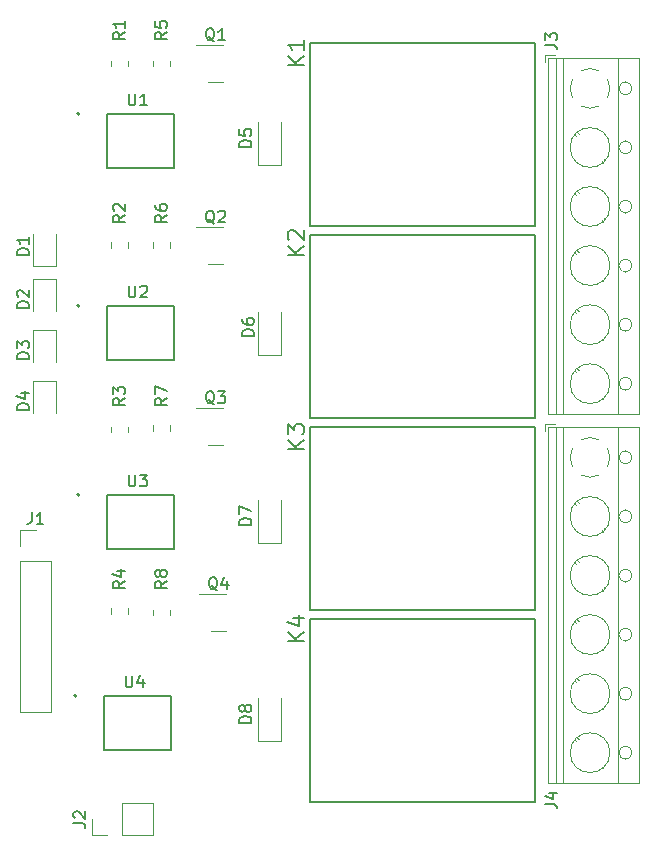
<source format=gbr>
%TF.GenerationSoftware,KiCad,Pcbnew,(6.0.7)*%
%TF.CreationDate,2023-01-17T21:26:05+03:00*%
%TF.ProjectId,4ChannelRelayModule,34436861-6e6e-4656-9c52-656c61794d6f,rev?*%
%TF.SameCoordinates,Original*%
%TF.FileFunction,Legend,Top*%
%TF.FilePolarity,Positive*%
%FSLAX46Y46*%
G04 Gerber Fmt 4.6, Leading zero omitted, Abs format (unit mm)*
G04 Created by KiCad (PCBNEW (6.0.7)) date 2023-01-17 21:26:05*
%MOMM*%
%LPD*%
G01*
G04 APERTURE LIST*
%ADD10C,0.150000*%
%ADD11C,0.200000*%
%ADD12C,0.127000*%
%ADD13C,0.120000*%
G04 APERTURE END LIST*
D10*
%TO.C,U3*%
X111001095Y-90389380D02*
X111001095Y-91198904D01*
X111048714Y-91294142D01*
X111096333Y-91341761D01*
X111191571Y-91389380D01*
X111382047Y-91389380D01*
X111477285Y-91341761D01*
X111524904Y-91294142D01*
X111572523Y-91198904D01*
X111572523Y-90389380D01*
X111953476Y-90389380D02*
X112572523Y-90389380D01*
X112239190Y-90770333D01*
X112382047Y-90770333D01*
X112477285Y-90817952D01*
X112524904Y-90865571D01*
X112572523Y-90960809D01*
X112572523Y-91198904D01*
X112524904Y-91294142D01*
X112477285Y-91341761D01*
X112382047Y-91389380D01*
X112096333Y-91389380D01*
X112001095Y-91341761D01*
X111953476Y-91294142D01*
%TO.C,D4*%
X102560380Y-84925595D02*
X101560380Y-84925595D01*
X101560380Y-84687500D01*
X101608000Y-84544642D01*
X101703238Y-84449404D01*
X101798476Y-84401785D01*
X101988952Y-84354166D01*
X102131809Y-84354166D01*
X102322285Y-84401785D01*
X102417523Y-84449404D01*
X102512761Y-84544642D01*
X102560380Y-84687500D01*
X102560380Y-84925595D01*
X101893714Y-83497023D02*
X102560380Y-83497023D01*
X101512761Y-83735119D02*
X102227047Y-83973214D01*
X102227047Y-83354166D01*
%TO.C,R4*%
X110688380Y-99418666D02*
X110212190Y-99752000D01*
X110688380Y-99990095D02*
X109688380Y-99990095D01*
X109688380Y-99609142D01*
X109736000Y-99513904D01*
X109783619Y-99466285D01*
X109878857Y-99418666D01*
X110021714Y-99418666D01*
X110116952Y-99466285D01*
X110164571Y-99513904D01*
X110212190Y-99609142D01*
X110212190Y-99990095D01*
X110021714Y-98561523D02*
X110688380Y-98561523D01*
X109640761Y-98799619D02*
X110355047Y-99037714D01*
X110355047Y-98418666D01*
%TO.C,D3*%
X102560380Y-80607595D02*
X101560380Y-80607595D01*
X101560380Y-80369500D01*
X101608000Y-80226642D01*
X101703238Y-80131404D01*
X101798476Y-80083785D01*
X101988952Y-80036166D01*
X102131809Y-80036166D01*
X102322285Y-80083785D01*
X102417523Y-80131404D01*
X102512761Y-80226642D01*
X102560380Y-80369500D01*
X102560380Y-80607595D01*
X101560380Y-79702833D02*
X101560380Y-79083785D01*
X101941333Y-79417119D01*
X101941333Y-79274261D01*
X101988952Y-79179023D01*
X102036571Y-79131404D01*
X102131809Y-79083785D01*
X102369904Y-79083785D01*
X102465142Y-79131404D01*
X102512761Y-79179023D01*
X102560380Y-79274261D01*
X102560380Y-79559976D01*
X102512761Y-79655214D01*
X102465142Y-79702833D01*
%TO.C,D6*%
X121610380Y-78654095D02*
X120610380Y-78654095D01*
X120610380Y-78416000D01*
X120658000Y-78273142D01*
X120753238Y-78177904D01*
X120848476Y-78130285D01*
X121038952Y-78082666D01*
X121181809Y-78082666D01*
X121372285Y-78130285D01*
X121467523Y-78177904D01*
X121562761Y-78273142D01*
X121610380Y-78416000D01*
X121610380Y-78654095D01*
X120610380Y-77225523D02*
X120610380Y-77416000D01*
X120658000Y-77511238D01*
X120705619Y-77558857D01*
X120848476Y-77654095D01*
X121038952Y-77701714D01*
X121419904Y-77701714D01*
X121515142Y-77654095D01*
X121562761Y-77606476D01*
X121610380Y-77511238D01*
X121610380Y-77320761D01*
X121562761Y-77225523D01*
X121515142Y-77177904D01*
X121419904Y-77130285D01*
X121181809Y-77130285D01*
X121086571Y-77177904D01*
X121038952Y-77225523D01*
X120991333Y-77320761D01*
X120991333Y-77511238D01*
X121038952Y-77606476D01*
X121086571Y-77654095D01*
X121181809Y-77701714D01*
%TO.C,R6*%
X114244380Y-68430666D02*
X113768190Y-68764000D01*
X114244380Y-69002095D02*
X113244380Y-69002095D01*
X113244380Y-68621142D01*
X113292000Y-68525904D01*
X113339619Y-68478285D01*
X113434857Y-68430666D01*
X113577714Y-68430666D01*
X113672952Y-68478285D01*
X113720571Y-68525904D01*
X113768190Y-68621142D01*
X113768190Y-69002095D01*
X113244380Y-67573523D02*
X113244380Y-67764000D01*
X113292000Y-67859238D01*
X113339619Y-67906857D01*
X113482476Y-68002095D01*
X113672952Y-68049714D01*
X114053904Y-68049714D01*
X114149142Y-68002095D01*
X114196761Y-67954476D01*
X114244380Y-67859238D01*
X114244380Y-67668761D01*
X114196761Y-67573523D01*
X114149142Y-67525904D01*
X114053904Y-67478285D01*
X113815809Y-67478285D01*
X113720571Y-67525904D01*
X113672952Y-67573523D01*
X113625333Y-67668761D01*
X113625333Y-67859238D01*
X113672952Y-67954476D01*
X113720571Y-68002095D01*
X113815809Y-68049714D01*
%TO.C,U2*%
X111001095Y-74387380D02*
X111001095Y-75196904D01*
X111048714Y-75292142D01*
X111096333Y-75339761D01*
X111191571Y-75387380D01*
X111382047Y-75387380D01*
X111477285Y-75339761D01*
X111524904Y-75292142D01*
X111572523Y-75196904D01*
X111572523Y-74387380D01*
X112001095Y-74482619D02*
X112048714Y-74435000D01*
X112143952Y-74387380D01*
X112382047Y-74387380D01*
X112477285Y-74435000D01*
X112524904Y-74482619D01*
X112572523Y-74577857D01*
X112572523Y-74673095D01*
X112524904Y-74815952D01*
X111953476Y-75387380D01*
X112572523Y-75387380D01*
%TO.C,R3*%
X110688380Y-83924666D02*
X110212190Y-84258000D01*
X110688380Y-84496095D02*
X109688380Y-84496095D01*
X109688380Y-84115142D01*
X109736000Y-84019904D01*
X109783619Y-83972285D01*
X109878857Y-83924666D01*
X110021714Y-83924666D01*
X110116952Y-83972285D01*
X110164571Y-84019904D01*
X110212190Y-84115142D01*
X110212190Y-84496095D01*
X109688380Y-83591333D02*
X109688380Y-82972285D01*
X110069333Y-83305619D01*
X110069333Y-83162761D01*
X110116952Y-83067523D01*
X110164571Y-83019904D01*
X110259809Y-82972285D01*
X110497904Y-82972285D01*
X110593142Y-83019904D01*
X110640761Y-83067523D01*
X110688380Y-83162761D01*
X110688380Y-83448476D01*
X110640761Y-83543714D01*
X110593142Y-83591333D01*
%TO.C,Q3*%
X118268761Y-84445619D02*
X118173523Y-84398000D01*
X118078285Y-84302761D01*
X117935428Y-84159904D01*
X117840190Y-84112285D01*
X117744952Y-84112285D01*
X117792571Y-84350380D02*
X117697333Y-84302761D01*
X117602095Y-84207523D01*
X117554476Y-84017047D01*
X117554476Y-83683714D01*
X117602095Y-83493238D01*
X117697333Y-83398000D01*
X117792571Y-83350380D01*
X117983047Y-83350380D01*
X118078285Y-83398000D01*
X118173523Y-83493238D01*
X118221142Y-83683714D01*
X118221142Y-84017047D01*
X118173523Y-84207523D01*
X118078285Y-84302761D01*
X117983047Y-84350380D01*
X117792571Y-84350380D01*
X118554476Y-83350380D02*
X119173523Y-83350380D01*
X118840190Y-83731333D01*
X118983047Y-83731333D01*
X119078285Y-83778952D01*
X119125904Y-83826571D01*
X119173523Y-83921809D01*
X119173523Y-84159904D01*
X119125904Y-84255142D01*
X119078285Y-84302761D01*
X118983047Y-84350380D01*
X118697333Y-84350380D01*
X118602095Y-84302761D01*
X118554476Y-84255142D01*
%TO.C,U4*%
X110747095Y-107407380D02*
X110747095Y-108216904D01*
X110794714Y-108312142D01*
X110842333Y-108359761D01*
X110937571Y-108407380D01*
X111128047Y-108407380D01*
X111223285Y-108359761D01*
X111270904Y-108312142D01*
X111318523Y-108216904D01*
X111318523Y-107407380D01*
X112223285Y-107740714D02*
X112223285Y-108407380D01*
X111985190Y-107359761D02*
X111747095Y-108074047D01*
X112366142Y-108074047D01*
%TO.C,D8*%
X121388380Y-111420095D02*
X120388380Y-111420095D01*
X120388380Y-111182000D01*
X120436000Y-111039142D01*
X120531238Y-110943904D01*
X120626476Y-110896285D01*
X120816952Y-110848666D01*
X120959809Y-110848666D01*
X121150285Y-110896285D01*
X121245523Y-110943904D01*
X121340761Y-111039142D01*
X121388380Y-111182000D01*
X121388380Y-111420095D01*
X120816952Y-110277238D02*
X120769333Y-110372476D01*
X120721714Y-110420095D01*
X120626476Y-110467714D01*
X120578857Y-110467714D01*
X120483619Y-110420095D01*
X120436000Y-110372476D01*
X120388380Y-110277238D01*
X120388380Y-110086761D01*
X120436000Y-109991523D01*
X120483619Y-109943904D01*
X120578857Y-109896285D01*
X120626476Y-109896285D01*
X120721714Y-109943904D01*
X120769333Y-109991523D01*
X120816952Y-110086761D01*
X120816952Y-110277238D01*
X120864571Y-110372476D01*
X120912190Y-110420095D01*
X121007428Y-110467714D01*
X121197904Y-110467714D01*
X121293142Y-110420095D01*
X121340761Y-110372476D01*
X121388380Y-110277238D01*
X121388380Y-110086761D01*
X121340761Y-109991523D01*
X121293142Y-109943904D01*
X121197904Y-109896285D01*
X121007428Y-109896285D01*
X120912190Y-109943904D01*
X120864571Y-109991523D01*
X120816952Y-110086761D01*
%TO.C,J1*%
X102790666Y-93580380D02*
X102790666Y-94294666D01*
X102743047Y-94437523D01*
X102647809Y-94532761D01*
X102504952Y-94580380D01*
X102409714Y-94580380D01*
X103790666Y-94580380D02*
X103219238Y-94580380D01*
X103504952Y-94580380D02*
X103504952Y-93580380D01*
X103409714Y-93723238D01*
X103314476Y-93818476D01*
X103219238Y-93866095D01*
%TO.C,J3*%
X146268380Y-54023333D02*
X146982666Y-54023333D01*
X147125523Y-54070952D01*
X147220761Y-54166190D01*
X147268380Y-54309047D01*
X147268380Y-54404285D01*
X146268380Y-53642380D02*
X146268380Y-53023333D01*
X146649333Y-53356666D01*
X146649333Y-53213809D01*
X146696952Y-53118571D01*
X146744571Y-53070952D01*
X146839809Y-53023333D01*
X147077904Y-53023333D01*
X147173142Y-53070952D01*
X147220761Y-53118571D01*
X147268380Y-53213809D01*
X147268380Y-53499523D01*
X147220761Y-53594761D01*
X147173142Y-53642380D01*
%TO.C,U1*%
X111001095Y-58131380D02*
X111001095Y-58940904D01*
X111048714Y-59036142D01*
X111096333Y-59083761D01*
X111191571Y-59131380D01*
X111382047Y-59131380D01*
X111477285Y-59083761D01*
X111524904Y-59036142D01*
X111572523Y-58940904D01*
X111572523Y-58131380D01*
X112572523Y-59131380D02*
X112001095Y-59131380D01*
X112286809Y-59131380D02*
X112286809Y-58131380D01*
X112191571Y-58274238D01*
X112096333Y-58369476D01*
X112001095Y-58417095D01*
%TO.C,K1*%
X125859333Y-55739333D02*
X124459333Y-55739333D01*
X125859333Y-54939333D02*
X125059333Y-55539333D01*
X124459333Y-54939333D02*
X125259333Y-55739333D01*
X125859333Y-53606000D02*
X125859333Y-54406000D01*
X125859333Y-54006000D02*
X124459333Y-54006000D01*
X124659333Y-54139333D01*
X124792666Y-54272666D01*
X124859333Y-54406000D01*
%TO.C,R2*%
X110688380Y-68430666D02*
X110212190Y-68764000D01*
X110688380Y-69002095D02*
X109688380Y-69002095D01*
X109688380Y-68621142D01*
X109736000Y-68525904D01*
X109783619Y-68478285D01*
X109878857Y-68430666D01*
X110021714Y-68430666D01*
X110116952Y-68478285D01*
X110164571Y-68525904D01*
X110212190Y-68621142D01*
X110212190Y-69002095D01*
X109783619Y-68049714D02*
X109736000Y-68002095D01*
X109688380Y-67906857D01*
X109688380Y-67668761D01*
X109736000Y-67573523D01*
X109783619Y-67525904D01*
X109878857Y-67478285D01*
X109974095Y-67478285D01*
X110116952Y-67525904D01*
X110688380Y-68097333D01*
X110688380Y-67478285D01*
%TO.C,R5*%
X114244380Y-52936666D02*
X113768190Y-53270000D01*
X114244380Y-53508095D02*
X113244380Y-53508095D01*
X113244380Y-53127142D01*
X113292000Y-53031904D01*
X113339619Y-52984285D01*
X113434857Y-52936666D01*
X113577714Y-52936666D01*
X113672952Y-52984285D01*
X113720571Y-53031904D01*
X113768190Y-53127142D01*
X113768190Y-53508095D01*
X113244380Y-52031904D02*
X113244380Y-52508095D01*
X113720571Y-52555714D01*
X113672952Y-52508095D01*
X113625333Y-52412857D01*
X113625333Y-52174761D01*
X113672952Y-52079523D01*
X113720571Y-52031904D01*
X113815809Y-51984285D01*
X114053904Y-51984285D01*
X114149142Y-52031904D01*
X114196761Y-52079523D01*
X114244380Y-52174761D01*
X114244380Y-52412857D01*
X114196761Y-52508095D01*
X114149142Y-52555714D01*
%TO.C,R7*%
X114244380Y-83924666D02*
X113768190Y-84258000D01*
X114244380Y-84496095D02*
X113244380Y-84496095D01*
X113244380Y-84115142D01*
X113292000Y-84019904D01*
X113339619Y-83972285D01*
X113434857Y-83924666D01*
X113577714Y-83924666D01*
X113672952Y-83972285D01*
X113720571Y-84019904D01*
X113768190Y-84115142D01*
X113768190Y-84496095D01*
X113244380Y-83591333D02*
X113244380Y-82924666D01*
X114244380Y-83353238D01*
%TO.C,Q4*%
X118522761Y-100193619D02*
X118427523Y-100146000D01*
X118332285Y-100050761D01*
X118189428Y-99907904D01*
X118094190Y-99860285D01*
X117998952Y-99860285D01*
X118046571Y-100098380D02*
X117951333Y-100050761D01*
X117856095Y-99955523D01*
X117808476Y-99765047D01*
X117808476Y-99431714D01*
X117856095Y-99241238D01*
X117951333Y-99146000D01*
X118046571Y-99098380D01*
X118237047Y-99098380D01*
X118332285Y-99146000D01*
X118427523Y-99241238D01*
X118475142Y-99431714D01*
X118475142Y-99765047D01*
X118427523Y-99955523D01*
X118332285Y-100050761D01*
X118237047Y-100098380D01*
X118046571Y-100098380D01*
X119332285Y-99431714D02*
X119332285Y-100098380D01*
X119094190Y-99050761D02*
X118856095Y-99765047D01*
X119475142Y-99765047D01*
%TO.C,K2*%
X125859333Y-71837333D02*
X124459333Y-71837333D01*
X125859333Y-71037333D02*
X125059333Y-71637333D01*
X124459333Y-71037333D02*
X125259333Y-71837333D01*
X124592666Y-70504000D02*
X124526000Y-70437333D01*
X124459333Y-70304000D01*
X124459333Y-69970666D01*
X124526000Y-69837333D01*
X124592666Y-69770666D01*
X124726000Y-69704000D01*
X124859333Y-69704000D01*
X125059333Y-69770666D01*
X125859333Y-70570666D01*
X125859333Y-69704000D01*
%TO.C,D1*%
X102560380Y-71796095D02*
X101560380Y-71796095D01*
X101560380Y-71558000D01*
X101608000Y-71415142D01*
X101703238Y-71319904D01*
X101798476Y-71272285D01*
X101988952Y-71224666D01*
X102131809Y-71224666D01*
X102322285Y-71272285D01*
X102417523Y-71319904D01*
X102512761Y-71415142D01*
X102560380Y-71558000D01*
X102560380Y-71796095D01*
X102560380Y-70272285D02*
X102560380Y-70843714D01*
X102560380Y-70558000D02*
X101560380Y-70558000D01*
X101703238Y-70653238D01*
X101798476Y-70748476D01*
X101846095Y-70843714D01*
%TO.C,D5*%
X121388380Y-62652095D02*
X120388380Y-62652095D01*
X120388380Y-62414000D01*
X120436000Y-62271142D01*
X120531238Y-62175904D01*
X120626476Y-62128285D01*
X120816952Y-62080666D01*
X120959809Y-62080666D01*
X121150285Y-62128285D01*
X121245523Y-62175904D01*
X121340761Y-62271142D01*
X121388380Y-62414000D01*
X121388380Y-62652095D01*
X120388380Y-61175904D02*
X120388380Y-61652095D01*
X120864571Y-61699714D01*
X120816952Y-61652095D01*
X120769333Y-61556857D01*
X120769333Y-61318761D01*
X120816952Y-61223523D01*
X120864571Y-61175904D01*
X120959809Y-61128285D01*
X121197904Y-61128285D01*
X121293142Y-61175904D01*
X121340761Y-61223523D01*
X121388380Y-61318761D01*
X121388380Y-61556857D01*
X121340761Y-61652095D01*
X121293142Y-61699714D01*
%TO.C,R1*%
X110688380Y-52936666D02*
X110212190Y-53270000D01*
X110688380Y-53508095D02*
X109688380Y-53508095D01*
X109688380Y-53127142D01*
X109736000Y-53031904D01*
X109783619Y-52984285D01*
X109878857Y-52936666D01*
X110021714Y-52936666D01*
X110116952Y-52984285D01*
X110164571Y-53031904D01*
X110212190Y-53127142D01*
X110212190Y-53508095D01*
X110688380Y-51984285D02*
X110688380Y-52555714D01*
X110688380Y-52270000D02*
X109688380Y-52270000D01*
X109831238Y-52365238D01*
X109926476Y-52460476D01*
X109974095Y-52555714D01*
%TO.C,D2*%
X102560380Y-76289595D02*
X101560380Y-76289595D01*
X101560380Y-76051500D01*
X101608000Y-75908642D01*
X101703238Y-75813404D01*
X101798476Y-75765785D01*
X101988952Y-75718166D01*
X102131809Y-75718166D01*
X102322285Y-75765785D01*
X102417523Y-75813404D01*
X102512761Y-75908642D01*
X102560380Y-76051500D01*
X102560380Y-76289595D01*
X101655619Y-75337214D02*
X101608000Y-75289595D01*
X101560380Y-75194357D01*
X101560380Y-74956261D01*
X101608000Y-74861023D01*
X101655619Y-74813404D01*
X101750857Y-74765785D01*
X101846095Y-74765785D01*
X101988952Y-74813404D01*
X102560380Y-75384833D01*
X102560380Y-74765785D01*
%TO.C,D7*%
X121388380Y-94656095D02*
X120388380Y-94656095D01*
X120388380Y-94418000D01*
X120436000Y-94275142D01*
X120531238Y-94179904D01*
X120626476Y-94132285D01*
X120816952Y-94084666D01*
X120959809Y-94084666D01*
X121150285Y-94132285D01*
X121245523Y-94179904D01*
X121340761Y-94275142D01*
X121388380Y-94418000D01*
X121388380Y-94656095D01*
X120388380Y-93751333D02*
X120388380Y-93084666D01*
X121388380Y-93513238D01*
%TO.C,Q2*%
X118268761Y-69139619D02*
X118173523Y-69092000D01*
X118078285Y-68996761D01*
X117935428Y-68853904D01*
X117840190Y-68806285D01*
X117744952Y-68806285D01*
X117792571Y-69044380D02*
X117697333Y-68996761D01*
X117602095Y-68901523D01*
X117554476Y-68711047D01*
X117554476Y-68377714D01*
X117602095Y-68187238D01*
X117697333Y-68092000D01*
X117792571Y-68044380D01*
X117983047Y-68044380D01*
X118078285Y-68092000D01*
X118173523Y-68187238D01*
X118221142Y-68377714D01*
X118221142Y-68711047D01*
X118173523Y-68901523D01*
X118078285Y-68996761D01*
X117983047Y-69044380D01*
X117792571Y-69044380D01*
X118602095Y-68139619D02*
X118649714Y-68092000D01*
X118744952Y-68044380D01*
X118983047Y-68044380D01*
X119078285Y-68092000D01*
X119125904Y-68139619D01*
X119173523Y-68234857D01*
X119173523Y-68330095D01*
X119125904Y-68472952D01*
X118554476Y-69044380D01*
X119173523Y-69044380D01*
%TO.C,K3*%
X125859333Y-88251333D02*
X124459333Y-88251333D01*
X125859333Y-87451333D02*
X125059333Y-88051333D01*
X124459333Y-87451333D02*
X125259333Y-88251333D01*
X124459333Y-86984666D02*
X124459333Y-86118000D01*
X124992666Y-86584666D01*
X124992666Y-86384666D01*
X125059333Y-86251333D01*
X125126000Y-86184666D01*
X125259333Y-86118000D01*
X125592666Y-86118000D01*
X125726000Y-86184666D01*
X125792666Y-86251333D01*
X125859333Y-86384666D01*
X125859333Y-86784666D01*
X125792666Y-86918000D01*
X125726000Y-86984666D01*
%TO.C,J2*%
X106337380Y-119905333D02*
X107051666Y-119905333D01*
X107194523Y-119952952D01*
X107289761Y-120048190D01*
X107337380Y-120191047D01*
X107337380Y-120286285D01*
X106432619Y-119476761D02*
X106385000Y-119429142D01*
X106337380Y-119333904D01*
X106337380Y-119095809D01*
X106385000Y-119000571D01*
X106432619Y-118952952D01*
X106527857Y-118905333D01*
X106623095Y-118905333D01*
X106765952Y-118952952D01*
X107337380Y-119524380D01*
X107337380Y-118905333D01*
%TO.C,Q1*%
X118268761Y-53711619D02*
X118173523Y-53664000D01*
X118078285Y-53568761D01*
X117935428Y-53425904D01*
X117840190Y-53378285D01*
X117744952Y-53378285D01*
X117792571Y-53616380D02*
X117697333Y-53568761D01*
X117602095Y-53473523D01*
X117554476Y-53283047D01*
X117554476Y-52949714D01*
X117602095Y-52759238D01*
X117697333Y-52664000D01*
X117792571Y-52616380D01*
X117983047Y-52616380D01*
X118078285Y-52664000D01*
X118173523Y-52759238D01*
X118221142Y-52949714D01*
X118221142Y-53283047D01*
X118173523Y-53473523D01*
X118078285Y-53568761D01*
X117983047Y-53616380D01*
X117792571Y-53616380D01*
X119173523Y-53616380D02*
X118602095Y-53616380D01*
X118887809Y-53616380D02*
X118887809Y-52616380D01*
X118792571Y-52759238D01*
X118697333Y-52854476D01*
X118602095Y-52902095D01*
%TO.C,J4*%
X146268380Y-118285333D02*
X146982666Y-118285333D01*
X147125523Y-118332952D01*
X147220761Y-118428190D01*
X147268380Y-118571047D01*
X147268380Y-118666285D01*
X146601714Y-117380571D02*
X147268380Y-117380571D01*
X146220761Y-117618666D02*
X146935047Y-117856761D01*
X146935047Y-117237714D01*
%TO.C,K4*%
X125859333Y-104507333D02*
X124459333Y-104507333D01*
X125859333Y-103707333D02*
X125059333Y-104307333D01*
X124459333Y-103707333D02*
X125259333Y-104507333D01*
X124926000Y-102507333D02*
X125859333Y-102507333D01*
X124392666Y-102840666D02*
X125392666Y-103174000D01*
X125392666Y-102307333D01*
%TO.C,R8*%
X114244380Y-99418666D02*
X113768190Y-99752000D01*
X114244380Y-99990095D02*
X113244380Y-99990095D01*
X113244380Y-99609142D01*
X113292000Y-99513904D01*
X113339619Y-99466285D01*
X113434857Y-99418666D01*
X113577714Y-99418666D01*
X113672952Y-99466285D01*
X113720571Y-99513904D01*
X113768190Y-99609142D01*
X113768190Y-99990095D01*
X113672952Y-98847238D02*
X113625333Y-98942476D01*
X113577714Y-98990095D01*
X113482476Y-99037714D01*
X113434857Y-99037714D01*
X113339619Y-98990095D01*
X113292000Y-98942476D01*
X113244380Y-98847238D01*
X113244380Y-98656761D01*
X113292000Y-98561523D01*
X113339619Y-98513904D01*
X113434857Y-98466285D01*
X113482476Y-98466285D01*
X113577714Y-98513904D01*
X113625333Y-98561523D01*
X113672952Y-98656761D01*
X113672952Y-98847238D01*
X113720571Y-98942476D01*
X113768190Y-98990095D01*
X113863428Y-99037714D01*
X114053904Y-99037714D01*
X114149142Y-98990095D01*
X114196761Y-98942476D01*
X114244380Y-98847238D01*
X114244380Y-98656761D01*
X114196761Y-98561523D01*
X114149142Y-98513904D01*
X114053904Y-98466285D01*
X113863428Y-98466285D01*
X113768190Y-98513904D01*
X113720571Y-98561523D01*
X113672952Y-98656761D01*
D11*
%TO.C,U3*%
X109214000Y-96716000D02*
X109214000Y-92136000D01*
X114814000Y-92136000D02*
X114814000Y-96716000D01*
X109214000Y-92126000D02*
X114814000Y-92126000D01*
X114814000Y-96716000D02*
X109214000Y-96716000D01*
D12*
X106841000Y-92096000D02*
G75*
G03*
X106841000Y-92096000I-100000J0D01*
G01*
D13*
%TO.C,D4*%
X104846000Y-85187500D02*
X104846000Y-82502500D01*
X102926000Y-82502500D02*
X102926000Y-85187500D01*
X104846000Y-82502500D02*
X102926000Y-82502500D01*
%TO.C,R4*%
X109501000Y-101715436D02*
X109501000Y-102169564D01*
X110971000Y-101715436D02*
X110971000Y-102169564D01*
%TO.C,D3*%
X102926000Y-78184500D02*
X102926000Y-80869500D01*
X104846000Y-80869500D02*
X104846000Y-78184500D01*
X104846000Y-78184500D02*
X102926000Y-78184500D01*
%TO.C,D6*%
X123886000Y-80306000D02*
X123886000Y-76646000D01*
X121986000Y-80306000D02*
X121986000Y-76646000D01*
X121986000Y-80306000D02*
X123886000Y-80306000D01*
%TO.C,R6*%
X113057000Y-71181564D02*
X113057000Y-70727436D01*
X114527000Y-71181564D02*
X114527000Y-70727436D01*
D11*
%TO.C,U2*%
X114814000Y-80714000D02*
X109214000Y-80714000D01*
X109214000Y-76124000D02*
X114814000Y-76124000D01*
X109214000Y-80714000D02*
X109214000Y-76134000D01*
X114814000Y-76134000D02*
X114814000Y-80714000D01*
D12*
X106841000Y-76094000D02*
G75*
G03*
X106841000Y-76094000I-100000J0D01*
G01*
D13*
%TO.C,R3*%
X110971000Y-86779064D02*
X110971000Y-86324936D01*
X109501000Y-86779064D02*
X109501000Y-86324936D01*
%TO.C,Q3*%
X118364000Y-84738000D02*
X119014000Y-84738000D01*
X118364000Y-87858000D02*
X117714000Y-87858000D01*
X118364000Y-87858000D02*
X119014000Y-87858000D01*
X118364000Y-84738000D02*
X116689000Y-84738000D01*
D11*
%TO.C,U4*%
X114560000Y-109154000D02*
X114560000Y-113734000D01*
X108960000Y-109144000D02*
X114560000Y-109144000D01*
X114560000Y-113734000D02*
X108960000Y-113734000D01*
X108960000Y-113734000D02*
X108960000Y-109154000D01*
D12*
X106587000Y-109114000D02*
G75*
G03*
X106587000Y-109114000I-100000J0D01*
G01*
D13*
%TO.C,D8*%
X121986000Y-112942000D02*
X123886000Y-112942000D01*
X123886000Y-112942000D02*
X123886000Y-109282000D01*
X121986000Y-112942000D02*
X121986000Y-109282000D01*
%TO.C,J1*%
X101794000Y-97728000D02*
X104454000Y-97728000D01*
X101794000Y-95128000D02*
X103124000Y-95128000D01*
X101794000Y-110488000D02*
X104454000Y-110488000D01*
X101794000Y-96458000D02*
X101794000Y-95128000D01*
X101794000Y-97728000D02*
X101794000Y-110488000D01*
X104454000Y-97728000D02*
X104454000Y-110488000D01*
%TO.C,J3*%
X151347000Y-68770000D02*
X151288000Y-68711000D01*
X146511000Y-55140000D02*
X146511000Y-85260000D01*
X151141000Y-73975000D02*
X151048000Y-73881000D01*
X151347000Y-63770000D02*
X151288000Y-63711000D01*
X148856000Y-81690000D02*
X148798000Y-81631000D01*
X146272000Y-54900000D02*
X146272000Y-55500000D01*
X151347000Y-78770000D02*
X151288000Y-78711000D01*
X149096000Y-81520000D02*
X149003000Y-81426000D01*
X147772000Y-55140000D02*
X147772000Y-85260000D01*
X151347000Y-73770000D02*
X151288000Y-73711000D01*
X149096000Y-61520000D02*
X149003000Y-61426000D01*
X148856000Y-66690000D02*
X148798000Y-66631000D01*
X154232000Y-55140000D02*
X154232000Y-85260000D01*
X149096000Y-71520000D02*
X149003000Y-71426000D01*
X149096000Y-66520000D02*
X149003000Y-66426000D01*
X149096000Y-76520000D02*
X149003000Y-76426000D01*
X147172000Y-55140000D02*
X147172000Y-85260000D01*
X151347000Y-83770000D02*
X151288000Y-83711000D01*
X151141000Y-78975000D02*
X151048000Y-78881000D01*
X147112000Y-54900000D02*
X146272000Y-54900000D01*
X151141000Y-68975000D02*
X151048000Y-68881000D01*
X151141000Y-63975000D02*
X151048000Y-63881000D01*
X148856000Y-76690000D02*
X148798000Y-76631000D01*
X154232000Y-55140000D02*
X146511000Y-55140000D01*
X148856000Y-71690000D02*
X148798000Y-71631000D01*
X152472000Y-55140000D02*
X152472000Y-85260000D01*
X151141000Y-83975000D02*
X151048000Y-83881000D01*
X148856000Y-61690000D02*
X148798000Y-61631000D01*
X154232000Y-85260000D02*
X146511000Y-85260000D01*
X148588000Y-56911000D02*
G75*
G03*
X148391550Y-57729383I1483995J-788998D01*
G01*
X151556000Y-58489000D02*
G75*
G03*
X151555953Y-56910911I-1483995J789000D01*
G01*
X148392000Y-57700000D02*
G75*
G03*
X148588648Y-58488712I1680000J0D01*
G01*
X150861000Y-56216000D02*
G75*
G03*
X149282911Y-56216047I-789000J-1483995D01*
G01*
X149283000Y-59184001D02*
G75*
G03*
X150861089Y-59183953I789000J1484001D01*
G01*
X151752000Y-72700000D02*
G75*
G03*
X151752000Y-72700000I-1680000J0D01*
G01*
X153622000Y-72700000D02*
G75*
G03*
X153622000Y-72700000I-550000J0D01*
G01*
X153622000Y-57700000D02*
G75*
G03*
X153622000Y-57700000I-550000J0D01*
G01*
X153622000Y-77700000D02*
G75*
G03*
X153622000Y-77700000I-550000J0D01*
G01*
X153622000Y-62700000D02*
G75*
G03*
X153622000Y-62700000I-550000J0D01*
G01*
X151752000Y-62700000D02*
G75*
G03*
X151752000Y-62700000I-1680000J0D01*
G01*
X153622000Y-67700000D02*
G75*
G03*
X153622000Y-67700000I-550000J0D01*
G01*
X151752000Y-82700000D02*
G75*
G03*
X151752000Y-82700000I-1680000J0D01*
G01*
X151752000Y-77700000D02*
G75*
G03*
X151752000Y-77700000I-1680000J0D01*
G01*
X153622000Y-82700000D02*
G75*
G03*
X153622000Y-82700000I-550000J0D01*
G01*
X151752000Y-67700000D02*
G75*
G03*
X151752000Y-67700000I-1680000J0D01*
G01*
D11*
%TO.C,U1*%
X109214000Y-64458000D02*
X109214000Y-59878000D01*
X109214000Y-59868000D02*
X114814000Y-59868000D01*
X114814000Y-64458000D02*
X109214000Y-64458000D01*
X114814000Y-59878000D02*
X114814000Y-64458000D01*
D12*
X106841000Y-59838000D02*
G75*
G03*
X106841000Y-59838000I-100000J0D01*
G01*
%TO.C,K1*%
X126394000Y-53814000D02*
X145394000Y-53814000D01*
X145394000Y-69314000D02*
X126394000Y-69314000D01*
X145394000Y-53814000D02*
X145394000Y-69314000D01*
X126394000Y-69314000D02*
X126394000Y-53814000D01*
D13*
%TO.C,R2*%
X109501000Y-70727436D02*
X109501000Y-71181564D01*
X110971000Y-70727436D02*
X110971000Y-71181564D01*
%TO.C,R5*%
X113057000Y-55791064D02*
X113057000Y-55336936D01*
X114527000Y-55791064D02*
X114527000Y-55336936D01*
%TO.C,R7*%
X114527000Y-86675564D02*
X114527000Y-86221436D01*
X113057000Y-86675564D02*
X113057000Y-86221436D01*
%TO.C,Q4*%
X118618000Y-103606000D02*
X117968000Y-103606000D01*
X118618000Y-103606000D02*
X119268000Y-103606000D01*
X118618000Y-100486000D02*
X116943000Y-100486000D01*
X118618000Y-100486000D02*
X119268000Y-100486000D01*
D12*
%TO.C,K2*%
X126390000Y-85570000D02*
X126390000Y-70070000D01*
X126390000Y-70070000D02*
X145390000Y-70070000D01*
X145390000Y-70070000D02*
X145390000Y-85570000D01*
X145390000Y-85570000D02*
X126390000Y-85570000D01*
D13*
%TO.C,D1*%
X102926000Y-72743000D02*
X104846000Y-72743000D01*
X104846000Y-72743000D02*
X104846000Y-70058000D01*
X102926000Y-70058000D02*
X102926000Y-72743000D01*
%TO.C,D5*%
X121986000Y-64174000D02*
X121986000Y-60514000D01*
X123886000Y-64174000D02*
X123886000Y-60514000D01*
X121986000Y-64174000D02*
X123886000Y-64174000D01*
%TO.C,R1*%
X109501000Y-55791064D02*
X109501000Y-55336936D01*
X110971000Y-55791064D02*
X110971000Y-55336936D01*
%TO.C,D2*%
X102926000Y-73866500D02*
X102926000Y-76551500D01*
X104846000Y-76551500D02*
X104846000Y-73866500D01*
X104846000Y-73866500D02*
X102926000Y-73866500D01*
%TO.C,D7*%
X121986000Y-96178000D02*
X121986000Y-92518000D01*
X121986000Y-96178000D02*
X123886000Y-96178000D01*
X123886000Y-96178000D02*
X123886000Y-92518000D01*
%TO.C,Q2*%
X118364000Y-69432000D02*
X116689000Y-69432000D01*
X118364000Y-72552000D02*
X117714000Y-72552000D01*
X118364000Y-72552000D02*
X119014000Y-72552000D01*
X118364000Y-69432000D02*
X119014000Y-69432000D01*
D12*
%TO.C,K3*%
X145394000Y-101826000D02*
X126394000Y-101826000D01*
X126394000Y-86326000D02*
X145394000Y-86326000D01*
X126394000Y-101826000D02*
X126394000Y-86326000D01*
X145394000Y-86326000D02*
X145394000Y-101826000D01*
D13*
%TO.C,J2*%
X110485000Y-120902000D02*
X110485000Y-118242000D01*
X110485000Y-120902000D02*
X113085000Y-120902000D01*
X113085000Y-120902000D02*
X113085000Y-118242000D01*
X110485000Y-118242000D02*
X113085000Y-118242000D01*
X109215000Y-120902000D02*
X107885000Y-120902000D01*
X107885000Y-120902000D02*
X107885000Y-119572000D01*
%TO.C,Q1*%
X118364000Y-54004000D02*
X119014000Y-54004000D01*
X118364000Y-57124000D02*
X119014000Y-57124000D01*
X118364000Y-54004000D02*
X116689000Y-54004000D01*
X118364000Y-57124000D02*
X117714000Y-57124000D01*
%TO.C,J4*%
X151141000Y-110217000D02*
X151048000Y-110123000D01*
X148856000Y-92932000D02*
X148798000Y-92873000D01*
X149096000Y-107762000D02*
X149003000Y-107668000D01*
X154232000Y-116502000D02*
X146511000Y-116502000D01*
X151347000Y-115012000D02*
X151288000Y-114953000D01*
X151347000Y-110012000D02*
X151288000Y-109953000D01*
X147772000Y-86382000D02*
X147772000Y-116502000D01*
X149096000Y-97762000D02*
X149003000Y-97668000D01*
X154232000Y-86382000D02*
X154232000Y-116502000D01*
X148856000Y-112932000D02*
X148798000Y-112873000D01*
X151141000Y-95217000D02*
X151048000Y-95123000D01*
X149096000Y-92762000D02*
X149003000Y-92668000D01*
X148856000Y-102932000D02*
X148798000Y-102873000D01*
X151347000Y-105012000D02*
X151288000Y-104953000D01*
X151347000Y-95012000D02*
X151288000Y-94953000D01*
X148856000Y-97932000D02*
X148798000Y-97873000D01*
X147172000Y-86382000D02*
X147172000Y-116502000D01*
X149096000Y-102762000D02*
X149003000Y-102668000D01*
X146511000Y-86382000D02*
X146511000Y-116502000D01*
X151347000Y-100012000D02*
X151288000Y-99953000D01*
X152472000Y-86382000D02*
X152472000Y-116502000D01*
X151141000Y-105217000D02*
X151048000Y-105123000D01*
X146272000Y-86142000D02*
X146272000Y-86742000D01*
X149096000Y-112762000D02*
X149003000Y-112668000D01*
X151141000Y-115217000D02*
X151048000Y-115123000D01*
X147112000Y-86142000D02*
X146272000Y-86142000D01*
X151141000Y-100217000D02*
X151048000Y-100123000D01*
X154232000Y-86382000D02*
X146511000Y-86382000D01*
X148856000Y-107932000D02*
X148798000Y-107873000D01*
X149283000Y-90426001D02*
G75*
G03*
X150861089Y-90425953I789000J1484001D01*
G01*
X151556000Y-89731000D02*
G75*
G03*
X151555953Y-88152911I-1483995J789000D01*
G01*
X148392000Y-88942000D02*
G75*
G03*
X148588648Y-89730712I1680000J0D01*
G01*
X148588000Y-88153000D02*
G75*
G03*
X148391550Y-88971383I1483995J-788998D01*
G01*
X150861000Y-87458000D02*
G75*
G03*
X149282911Y-87458047I-789000J-1483995D01*
G01*
X151752000Y-103942000D02*
G75*
G03*
X151752000Y-103942000I-1680000J0D01*
G01*
X151752000Y-113942000D02*
G75*
G03*
X151752000Y-113942000I-1680000J0D01*
G01*
X151752000Y-93942000D02*
G75*
G03*
X151752000Y-93942000I-1680000J0D01*
G01*
X153622000Y-93942000D02*
G75*
G03*
X153622000Y-93942000I-550000J0D01*
G01*
X153622000Y-103942000D02*
G75*
G03*
X153622000Y-103942000I-550000J0D01*
G01*
X153622000Y-88942000D02*
G75*
G03*
X153622000Y-88942000I-550000J0D01*
G01*
X151752000Y-108942000D02*
G75*
G03*
X151752000Y-108942000I-1680000J0D01*
G01*
X153622000Y-98942000D02*
G75*
G03*
X153622000Y-98942000I-550000J0D01*
G01*
X151752000Y-98942000D02*
G75*
G03*
X151752000Y-98942000I-1680000J0D01*
G01*
X153622000Y-108942000D02*
G75*
G03*
X153622000Y-108942000I-550000J0D01*
G01*
X153622000Y-113942000D02*
G75*
G03*
X153622000Y-113942000I-550000J0D01*
G01*
D12*
%TO.C,K4*%
X145394000Y-118082000D02*
X126394000Y-118082000D01*
X145394000Y-102582000D02*
X145394000Y-118082000D01*
X126394000Y-118082000D02*
X126394000Y-102582000D01*
X126394000Y-102582000D02*
X145394000Y-102582000D01*
D13*
%TO.C,R8*%
X113057000Y-101818936D02*
X113057000Y-102273064D01*
X114527000Y-101818936D02*
X114527000Y-102273064D01*
%TD*%
M02*

</source>
